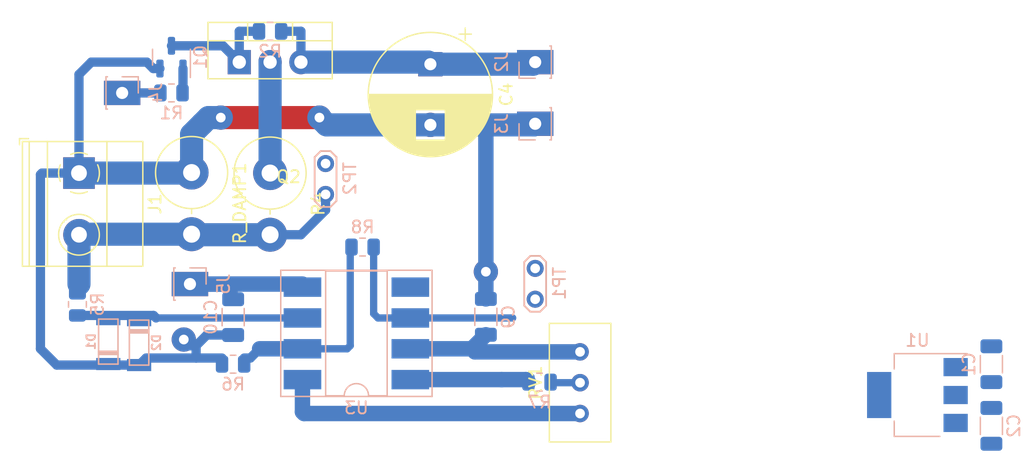
<source format=kicad_pcb>
(kicad_pcb (version 20211014) (generator pcbnew)
  (title_block (rev "1"))
  (layers (0 "F.Cu" signal "Front") (1 "In1.Cu" signal) (2 "In2.Cu" signal) (31 "B.Cu" signal "Back") (34 "B.Paste" user) (35 "F.Paste" user) (36 "B.SilkS" user "B.Silkscreen") (37 "F.SilkS" user "F.Silkscreen") (38 "B.Mask" user) (39 "F.Mask" user) (44 "Edge.Cuts" user))
  (net 0 "")
  (net 1 "BAT+")
  (net 2 "BAT-")
  (net 3 "V+")
  (net 4 "V-")
  (net 5 "Net-(D1-Pad2)")
  (net 6 "Net-(J1-Pad2)")
  (net 7 "PWM")
  (net 8 "Net-(Q1-Pad1)")
  (net 9 "Net-(Q1-Pad3)")
  (net 10 "Net-(Q2-Pad2)")
  (net 11 "Net-(R6-Pad2)")
  (net 12 "Net-(R7-Pad1)")
  (net 13 "Net-(R7-Pad2)")
  (net 14 "AMP_SIG")
  (net 15 "Net-(RV1-Pad3)")
  (footprint "TerminalBlock_Phoenix:TerminalBlock_Phoenix_MKDS-1,5-2-5.08_1x02_P5.08mm_Horizontal" (layer "F.Cu") (at 44.196 53.848 -90)
    (fp_text reference "J1" (at 2.54 -6.26 90) (layer "F.SilkS"))
    (fp_text value "COIL")
    (fp_line (start -2.6 -5.261) (end 7.68 -5.261) (layer "F.SilkS") (width 0.12))
    (fp_line (start 7.68 -5.261) (end 7.68 4.66) (layer "F.SilkS") (width 0.12))
    (fp_line (start 6.355 -1.069) (end 6.308 -1.023) (layer "F.SilkS") (width 0.12))
    (fp_line (start -2.6 -5.261) (end -2.6 4.66) (layer "F.SilkS") (width 0.12))
    (fp_line (start 3.853 1.023) (end 3.806 1.069) (layer "F.SilkS") (width 0.12))
    (fp_line (start -2.6 2.6) (end 7.68 2.6) (layer "F.SilkS") (width 0.12))
    (fp_line (start 4.046 1.239) (end 4.011 1.274) (layer "F.SilkS") (width 0.12))
    (fp_line (start -2.84 4.9) (end -2.34 4.9) (layer "F.SilkS") (width 0.12))
    (fp_line (start 6.15 -1.275) (end 6.115 -1.239) (layer "F.SilkS") (width 0.12))
    (fp_line (start -2.6 4.1) (end 7.68 4.1) (layer "F.SilkS") (width 0.12))
    (fp_line (start -2.6 4.66) (end 7.68 4.66) (layer "F.SilkS") (width 0.12))
    (fp_line (start -2.84 4.16) (end -2.84 4.9) (layer "F.SilkS") (width 0.12))
    (fp_line (start -2.6 -2.301) (end 7.68 -2.301) (layer "F.SilkS") (width 0.12))
    (fp_arc (start 1.535427 -0.683042) (mid 1.680501 0.000524) (end 1.535 0.684) (layer "F.SilkS") (width 0.12))
    (fp_arc (start -0.683042 -1.535427) (mid 0.000524 -1.680501) (end 0.684 -1.535) (layer "F.SilkS") (width 0.12))
    (fp_arc (start -1.535427 0.683042) (mid -1.680501 -0.000524) (end -1.535 -0.684) (layer "F.SilkS") (width 0.12))
    (fp_arc (start 0.028805 1.680253) (mid -0.335551 1.646659) (end -0.684 1.535) (layer "F.SilkS") (width 0.12))
    (fp_arc (start 0.683318 1.534756) (mid 0.349292 1.643288) (end 0 1.68) (layer "F.SilkS") (width 0.12))
    (fp_circle (center 5.08 0) (end 6.76 0) (layer "F.SilkS") (width 0.12) (fill none))
    (pad "1" thru_hole rect locked (at 0 0 270) (size 2.6 2.6) (drill 1.3) (layers *.Cu *.Mask) (net 2 "BAT-"))
    (pad "2" thru_hole circle locked (at 5.08 0 270) (size 2.6 2.6) (drill 1.3) (layers *.Cu *.Mask) (net 6 "Net-(J1-Pad2)"))
  )
  (footprint "Potentiometer_THT:Potentiometer_Bourns_3296W_Vertical" (layer "F.Cu") (at 85.485418 68.58 90)
    (fp_text reference "RV1" (at -2.54 -3.66 90) (layer "F.SilkS"))
    (fp_text value "100k")
    (fp_line (start -7.425 -2.53) (end 2.345 -2.53) (layer "F.SilkS") (width 0.12))
    (fp_line (start 2.345 -2.53) (end 2.345 2.54) (layer "F.SilkS") (width 0.12))
    (fp_line (start -7.425 2.54) (end 2.345 2.54) (layer "F.SilkS") (width 0.12))
    (fp_line (start -7.425 -2.53) (end -7.425 2.54) (layer "F.SilkS") (width 0.12))
    (pad "1" thru_hole circle locked (at 0 0 90) (size 1.44 1.44) (drill 0.8) (layers *.Cu *.Mask) (net 3 "V+"))
    (pad "2" thru_hole circle locked (at -2.54 0 90) (size 1.44 1.44) (drill 0.8) (layers *.Cu *.Mask) (net 13 "Net-(R7-Pad2)"))
    (pad "3" thru_hole circle locked (at -5.08 0 90) (size 1.44 1.44) (drill 0.8) (layers *.Cu *.Mask) (net 15 "Net-(RV1-Pad3)"))
  )
  (footprint "Resistor_THT:R_Axial_DIN0614_L14.3mm_D5.7mm_P5.08mm_Vertical" (layer "F.Cu") (at 59.944 53.848 -90)
    (fp_text reference "R4" (at 2.54 -3.97 90) (layer "F.SilkS"))
    (fp_text value "3.3 2W")
    (fp_line (start 2.97 0) (end 3.38 0) (layer "F.SilkS") (width 0.12))
    (fp_circle (center 0 0) (end 2.97 0) (layer "F.SilkS") (width 0.12) (fill none))
    (pad "1" thru_hole circle locked (at 0 0 270) (size 2.8 2.8) (drill 1.4) (layers *.Cu *.Mask) (net 10 "Net-(Q2-Pad2)"))
    (pad "2" thru_hole oval locked (at 5.08 0 270) (size 2.8 2.8) (drill 1.4) (layers *.Cu *.Mask) (net 6 "Net-(J1-Pad2)"))
  )
  (footprint "Package_TO_SOT_THT:TO-220-3_Vertical" (layer "F.Cu") (at 57.404 44.704)
    (fp_text reference "Q2" (at 4.064 9.446) (layer "F.SilkS"))
    (fp_text value "IRF9610")
    (fp_line (start 0.69 -3.27) (end 0.69 -1.76) (layer "F.SilkS") (width 0.12))
    (fp_line (start -2.58 -3.27) (end -2.58 1.371) (layer "F.SilkS") (width 0.12))
    (fp_line (start 4.391 -3.27) (end 4.391 -1.76) (layer "F.SilkS") (width 0.12))
    (fp_line (start -2.58 -3.27) (end 7.66 -3.27) (layer "F.SilkS") (width 0.12))
    (fp_line (start 7.66 -3.27) (end 7.66 1.371) (layer "F.SilkS") (width 0.12))
    (fp_line (start -2.58 -1.76) (end 7.66 -1.76) (layer "F.SilkS") (width 0.12))
    (fp_line (start -2.58 1.371) (end 7.66 1.371) (layer "F.SilkS") (width 0.12))
    (pad "1" thru_hole rect locked (at 0 0) (size 1.905 2) (drill 1.1) (layers *.Cu *.Mask) (net 9 "Net-(Q1-Pad3)"))
    (pad "2" thru_hole oval locked (at 2.54 0) (size 1.905 2) (drill 1.1) (layers *.Cu *.Mask) (net 10 "Net-(Q2-Pad2)"))
    (pad "3" thru_hole oval locked (at 5.08 0) (size 1.905 2) (drill 1.1) (layers *.Cu *.Mask) (net 1 "BAT+"))
  )
  (footprint "Resistor_THT:R_Axial_DIN0614_L14.3mm_D5.7mm_P5.08mm_Vertical" (layer "F.Cu") (at 53.475945 53.80502 -90)
    (fp_text reference "R_DAMP1" (at 2.54 -3.97 90) (layer "F.SilkS"))
    (fp_text value "1k 0.75W+")
    (fp_line (start 2.97 0) (end 3.38 0) (layer "F.SilkS") (width 0.12))
    (fp_circle (center 0 0) (end 2.97 0) (layer "F.SilkS") (width 0.12) (fill none))
    (pad "1" thru_hole circle locked (at 0 0 270) (size 2.8 2.8) (drill 1.4) (layers *.Cu *.Mask) (net 2 "BAT-"))
    (pad "2" thru_hole oval locked (at 5.08 0 270) (size 2.8 2.8) (drill 1.4) (layers *.Cu *.Mask) (net 6 "Net-(J1-Pad2)"))
  )
  (footprint "Capacitor_THT:CP_Radial_D10.0mm_P5.00mm" (layer "F.Cu") (at 73.152 44.876323 -90)
    (fp_text reference "C4" (at 2.5 -6.25 90) (layer "F.SilkS"))
    (fp_text value "1000u")
    (fp_line (start 3.341 -5.011) (end 3.341 5.011) (layer "F.SilkS") (width 0.12))
    (fp_line (start 7.341 -1.63) (end 7.341 1.63) (layer "F.SilkS") (width 0.12))
    (fp_line (start 5.901 -3.789) (end 5.901 -1.241) (layer "F.SilkS") (width 0.12))
    (fp_line (start 5.141 1.241) (end 5.141 4.347) (layer "F.SilkS") (width 0.12))
    (fp_line (start 4.581 1.241) (end 4.581 4.639) (layer "F.SilkS") (width 0.12))
    (fp_line (start 2.5 -5.08) (end 2.5 5.08) (layer "F.SilkS") (width 0.12))
    (fp_line (start 3.901 -4.885) (end 3.901 -1.241) (layer "F.SilkS") (width 0.12))
    (fp_line (start 6.381 -3.301) (end 6.381 3.301) (layer "F.SilkS") (width 0.12))
    (fp_line (start 3.781 1.241) (end 3.781 4.918) (layer "F.SilkS") (width 0.12))
    (fp_line (start 7.381 -1.51) (end 7.381 1.51) (layer "F.SilkS") (width 0.12))
    (fp_line (start 4.021 1.241) (end 4.021 4.85) (layer "F.SilkS") (width 0.12))
    (fp_line (start 3.701 -4.938) (end 3.701 4.938) (layer "F.SilkS") (width 0.12))
    (fp_line (start 7.101 -2.209) (end 7.101 2.209) (layer "F.SilkS") (width 0.12))
    (fp_line (start 2.58 -5.08) (end 2.58 5.08) (layer "F.SilkS") (width 0.12))
    (fp_line (start 5.101 -4.371) (end 5.101 -1.241) (layer "F.SilkS") (width 0.12))
    (fp_line (start 5.341 1.241) (end 5.341 4.221) (layer "F.SilkS") (width 0.12))
    (fp_line (start 4.781 1.241) (end 4.781 4.545) (layer "F.SilkS") (width 0.12))
    (fp_line (start 5.701 1.241) (end 5.701 3.957) (layer "F.SilkS") (width 0.12))
    (fp_line (start 7.221 -1.944) (end 7.221 1.944) (layer "F.SilkS") (width 0.12))
    (fp_line (start 4.781 -4.545) (end 4.781 -1.241) (layer "F.SilkS") (width 0.12))
    (fp_line (start 5.941 1.241) (end 5.941 3.753) (layer "F.SilkS") (width 0.12))
    (fp_line (start 4.701 -4.584) (end 4.701 -1.241) (layer "F.SilkS") (width 0.12))
    (fp_line (start 4.941 1.241) (end 4.941 4.462) (layer "F.SilkS") (width 0.12))
    (fp_line (start 7.141 -2.125) (end 7.141 2.125) (layer "F.SilkS") (width 0.12))
    (fp_line (start 6.821 -2.709) (end 6.821 2.709) (layer "F.SilkS") (width 0.12))
    (fp_line (start 4.821 1.241) (end 4.821 4.525) (layer "F.SilkS") (width 0.12))
    (fp_line (start 4.941 -4.462) (end 4.941 -1.241) (layer "F.SilkS") (width 0.12))
    (fp_line (start 5.421 1.241) (end 5.421 4.166) (layer "F.SilkS") (width 0.12))
    (fp_line (start 5.381 -4.194) (end 5.381 -1.241) (layer "F.SilkS") (width 0.12))
    (fp_line (start 2.98 -5.058) (end 2.98 5.058) (layer "F.SilkS") (width 0.12))
    (fp_line (start 7.301 -1.742) (end 7.301 1.742) (layer "F.SilkS") (width 0.12))
    (fp_line (start 2.9 -5.065) (end 2.9 5.065) (layer "F.SilkS") (width 0.12))
    (fp_line (start 5.301 1.241) (end 5.301 4.247) (layer "F.SilkS") (width 0.12))
    (fp_line (start 6.301 -3.392) (end 6.301 3.392) (layer "F.SilkS") (width 0.12))
    (fp_line (start 4.101 1.241) (end 4.101 4.824) (layer "F.SilkS") (width 0.12))
    (fp_line (start 5.421 -4.166) (end 5.421 -1.241) (layer "F.SilkS") (width 0.12))
    (fp_line (start 4.141 1.241) (end 4.141 4.811) (layer "F.SilkS") (width 0.12))
    (fp_line (start 4.461 -4.69) (end 4.461 -1.241) (layer "F.SilkS") (width 0.12))
    (fp_line (start 5.941 -3.753) (end 5.941 -1.241) (layer "F.SilkS") (width 0.12))
    (fp_line (start 4.181 1.241) (end 4.181 4.797) (layer "F.SilkS") (width 0.12))
    (fp_line (start 4.061 -4.837) (end 4.061 -1.241) (layer "F.SilkS") (width 0.12))
    (fp_line (start 6.181 -3.52) (end 6.181 -1.241) (layer "F.SilkS") (width 0.12))
    (fp_line (start 5.661 1.241) (end 5.661 3.989) (layer "F.SilkS") (width 0.12))
    (fp_line (start 5.141 -4.347) (end 5.141 -1.241) (layer "F.SilkS") (width 0.12))
    (fp_line (start 4.621 -4.621) (end 4.621 -1.241) (layer "F.SilkS") (width 0.12))
    (fp_line (start 5.501 -4.11) (end 5.501 -1.241) (layer "F.SilkS") (width 0.12))
    (fp_line (start 3.421 -4.997) (end 3.421 4.997) (layer "F.SilkS") (width 0.12))
    (fp_line (start 2.78 -5.073) (end 2.78 5.073) (layer "F.SilkS") (width 0.12))
    (fp_line (start 2.62 -5.079) (end 2.62 5.079) (layer "F.SilkS") (width 0.12))
    (fp_line (start 4.341 1.241) (end 4.341 4.738) (layer "F.SilkS") (width 0.12))
    (fp_line (start 4.581 -4.639) (end 4.581 -1.241) (layer "F.SilkS") (width 0.12))
    (fp_line (start 6.541 -3.106) (end 6.541 3.106) (layer "F.SilkS") (width 0.12))
    (fp_line (start 5.341 -4.221) (end 5.341 -1.241) (layer "F.SilkS") (width 0.12))
    (fp_line (start 7.461 -1.23) (end 7.461 1.23) (layer "F.SilkS") (width 0.12))
    (fp_line (start 5.021 -4.417) (end 5.021 -1.241) (layer "F.SilkS") (width 0.12))
    (fp_line (start 4.221 -4.783) (end 4.221 -1.241) (layer "F.SilkS") (width 0.12))
    (fp_line (start 2.7 -5.077) (end 2.7 5.077) (layer "F.SilkS") (width 0.12))
    (fp_line (start 4.261 1.241) (end 4.261 4.768) (layer "F.SilkS") (width 0.12))
    (fp_line (start 6.621 -3) (end 6.621 3) (layer "F.SilkS") (width 0.12))
    (fp_line (start 2.86 -5.068) (end 2.86 5.068) (layer "F.SilkS") (width 0.12))
    (fp_line (start 5.781 1.241) (end 5.781 3.892) (layer "F.SilkS") (width 0.12))
    (fp_line (start 3.741 -4.928) (end 3.741 4.928) (layer "F.SilkS") (width 0.12))
    (fp_line (start 3.501 -4.982) (end 3.501 4.982) (layer "F.SilkS") (width 0.12))
    (fp_line (start 5.061 1.241) (end 5.061 4.395) (layer "F.SilkS") (width 0.12))
    (fp_line (start 3.461 -4.99) (end 3.461 4.99) (layer "F.SilkS") (width 0.12))
    (fp_line (start 2.54 -5.08) (end 2.54 5.08) (layer "F.SilkS") (width 0.12))
    (fp_line (start 5.181 -4.323) (end 5.181 -1.241) (layer "F.SilkS") (width 0.12))
    (fp_line (start 5.861 -3.824) (end 5.861 -1.241) (layer "F.SilkS") (width 0.12))
    (fp_line (start 4.981 1.241) (end 4.981 4.44) (layer "F.SilkS") (width 0.12))
    (fp_line (start 6.741 -2.83) (end 6.741 2.83) (layer "F.SilkS") (width 0.12))
    (fp_line (start 6.861 -2.645) (end 6.861 2.645) (layer "F.SilkS") (width 0.12))
    (fp_line (start 3.541 -4.974) (end 3.541 4.974) (layer "F.SilkS") (width 0.12))
    (fp_line (start 6.461 -3.206) (end 6.461 3.206) (layer "F.SilkS") (width 0.12))
    (fp_line (start 7.581 -0.599) (end 7.581 0.599) (layer "F.SilkS") (width 0.12))
    (fp_line (start 5.301 -4.247) (end 5.301 -1.241) (layer "F.SilkS") (width 0.12))
    (fp_line (start 5.981 -3.716) (end 5.981 -1.241) (layer "F.SilkS") (width 0.12))
    (fp_line (start 5.221 -4.298) (end 5.221 -1.241) (layer "F.SilkS") (width 0.12))
    (fp_line (start 5.381 1.241) (end 5.381 4.194) (layer "F.SilkS") (width 0.12))
    (fp_line (start 4.341 -4.738) (end 4.341 -1.241) (layer "F.SilkS") (width 0.12))
    (fp_line (start 3.581 -4.965) (end 3.581 4.965) (layer "F.SilkS") (width 0.12))
    (fp_line (start 6.981 -2.439) (end 6.981 2.439) (layer "F.SilkS") (width 0.12))
    (fp_line (start 4.981 -4.44) (end 4.981 -1.241) (layer "F.SilkS") (width 0.12))
    (fp_line (start 4.541 1.241) (end 4.541 4.657) (layer "F.SilkS") (width 0.12))
    (fp_line (start 6.021 -3.679) (end 6.021 -1.241) (layer "F.SilkS") (width 0.12))
    (fp_line (start 3.941 1.241) (end 3.941 4.874) (layer "F.SilkS") (width 0.12))
    (fp_line (start 4.901 1.241) (end 4.901 4.483) (layer "F.SilkS") (width 0.12))
    (fp_line (start 6.661 -2.945) (end 6.661 2.945) (layer "F.SilkS") (width 0.12))
    (fp_line (start 4.301 1.241) (end 4.301 4.754) (layer "F.SilkS") (width 0.12))
    (fp_line (start 6.141 1.241) (end 6.141 3.561) (layer "F.SilkS") (width 0.12))
    (fp_line (start 7.021 -2.365) (end 7.021 2.365) (layer "F.SilkS") (width 0.12))
    (fp_line (start 3.621 -4.956) (end 3.621 4.956) (layer "F.SilkS") (width 0.12))
    (fp_line (start 5.101 1.241) (end 5.101 4.371) (layer "F.SilkS") (width 0.12))
    (fp_line (start 6.421 -3.254) (end 6.421 3.254) (layer "F.SilkS") (width 0.12))
    (fp_line (start 5.901 1.241) (end 5.901 3.789) (layer "F.SilkS") (width 0.12))
    (fp_line (start 5.621 -4.02) (end 5.621 -1.241) (layer "F.SilkS") (width 0.12))
    (fp_line (start 6.781 -2.77) (end 6.781 2.77) (layer "F.SilkS") (width 0.12))
    (fp_line (start 5.621 1.241) (end 5.621 4.02) (layer "F.SilkS") (width 0.12))
    (fp_line (start 7.181 -2.037) (end 7.181 2.037) (layer "F.SilkS") (width 0.12))
    (fp_line (start 3.981 1.241) (end 3.981 4.862) (layer "F.SilkS") (width 0.12))
    (fp_line (start 7.421 -1.378) (end 7.421 1.378) (layer "F.SilkS") (width 0.12))
    (fp_line (start 6.061 -3.64) (end 6.061 -1.241) (layer "F.SilkS") (width 0.12))
    (fp_line (start 7.061 -2.289) (end 7.061 2.289) (layer "F.SilkS") (width 0.12))
    (fp_line (start 5.701 -3.957) (end 5.701 -1.241) (layer "F.SilkS") (width 0.12))
    (fp_line (start 4.221 1.241) (end 4.221 4.783) (layer "F.SilkS") (width 0.12))
    (fp_line (start 5.221 1.241) (end 5.221 4.298) (layer "F.SilkS") (width 0.12))
    (fp_line (start 5.981 1.241) (end 5.981 3.716) (layer "F.SilkS") (width 0.12))
    (fp_line (start 3.02 -5.054) (end 3.02 5.054) (layer "F.SilkS") (width 0.12))
    (fp_line (start 4.021 -4.85) (end 4.021 -1.241) (layer "F.SilkS") (width 0.12))
    (fp_line (start 5.741 -3.925) (end 5.741 -1.241) (layer "F.SilkS") (width 0.12))
    (fp_line (start 4.821 -4.525) (end 4.821 -1.241) (layer "F.SilkS") (width 0.12))
    (fp_line (start 3.221 -5.03) (end 3.221 5.03) (layer "F.SilkS") (width 0.12))
    (fp_line (start 5.541 -4.08) (end 5.541 -1.241) (layer "F.SilkS") (width 0.12))
    (fp_line (start 2.66 -5.078) (end 2.66 5.078) (layer "F.SilkS") (width 0.12))
    (fp_line (start 4.141 -4.811) (end 4.141 -1.241) (layer "F.SilkS") (width 0.12))
    (fp_line (start 5.261 1.241) (end 5.261 4.273) (layer "F.SilkS") (width 0.12))
    (fp_line (start 4.661 1.241) (end 4.661 4.603) (layer "F.SilkS") (width 0.12))
    (fp_line (start 4.061 1.241) (end 4.061 4.837) (layer "F.SilkS") (width 0.12))
    (fp_line (start -2.979646 -2.875) (end -1.979646 -2.875) (layer "F.SilkS") (width 0.12))
    (fp_line (start 5.861 1.241) (end 5.861 3.824) (layer "F.SilkS") (width 0.12))
    (fp_line (start 2.74 -5.075) (end 2.74 5.075) (layer "F.SilkS") (width 0.12))
    (fp_line (start 6.221 -3.478) (end 6.221 -1.241) (layer "F.SilkS") (width 0.12))
    (fp_line (start 6.021 1.241) (end 6.021 3.679) (layer "F.SilkS") (width 0.12))
    (fp_line (start 6.141 -3.561) (end 6.141 -1.241) (layer "F.SilkS") (width 0.12))
    (fp_line (start 4.661 -4.603) (end 4.661 -1.241) (layer "F.SilkS") (width 0.12))
    (fp_line (start 3.301 -5.018) (end 3.301 5.018) (layer "F.SilkS") (width 0.12))
    (fp_line (start 4.701 1.241) (end 4.701 4.584) (layer "F.SilkS") (width 0.12))
    (fp_line (start -2.479646 -3.375) (end -2.479646 -2.375) (layer "F.SilkS") (width 0.12))
    (fp_line (start 3.821 1.241) (end 3.821 4.907) (layer "F.SilkS") (width 0.12))
    (fp_line (start 4.741 1.241) (end 4.741 4.564) (layer "F.SilkS") (width 0.12))
    (fp_line (start 4.741 -4.564) (end 4.741 -1.241) (layer "F.SilkS") (width 0.12))
    (fp_line (start 6.501 -3.156) (end 6.501 3.156) (layer "F.SilkS") (width 0.12))
    (fp_line (start 6.101 -3.601) (end 6.101 -1.241) (layer "F.SilkS") (width 0.12))
    (fp_line (start 5.581 1.241) (end 5.581 4.05) (layer "F.SilkS") (width 0.12))
    (fp_line (start 5.821 1.241) (end 5.821 3.858) (layer "F.SilkS") (width 0.12))
    (fp_line (start 6.221 1.241) (end 6.221 3.478) (layer "F.SilkS") (width 0.12))
    (fp_line (start 4.501 -4.674) (end 4.501 -1.241) (layer "F.SilkS") (width 0.12))
    (fp_line (start 7.541 -0.862) (end 7.541 0.862) (layer "F.SilkS") (width 0.12))
    (fp_line (start 3.901 1.241) (end 3.901 4.885) (layer "F.SilkS") (width 0.12))
    (fp_line (start 5.061 -4.395) (end 5.061 -1.241) (layer "F.SilkS") (width 0.12))
    (fp_line (start 4.101 -4.824) (end 4.101 -1.241) (layer "F.SilkS") (width 0.12))
    (fp_line (start 6.901 -2.579) (end 6.901 2.579) (layer "F.SilkS") (width 0.12))
    (fp_line (start 4.861 1.241) (end 4.861 4.504) (layer "F.SilkS") (width 0.12))
    (fp_line (start 4.461 1.241) (end 4.461 4.69) (layer "F.SilkS") (width 0.12))
    (fp_line (start 5.181 1.241) (end 5.181 4.323) (layer "F.SilkS") (width 0.12))
    (fp_line (start 4.261 -4.768) (end 4.261 -1.241) (layer "F.SilkS") (width 0.12))
    (fp_line (start 5.821 -3.858) (end 5.821 -1.241) (layer "F.SilkS") (width 0.12))
    (fp_line (start 5.461 -4.138) (end 5.461 -1.241) (layer "F.SilkS") (width 0.12))
    (fp_line (start 5.661 -3.989) (end 5.661 -1.241) (layer "F.SilkS") (width 0.12))
    (fp_line (start 5.021 1.241) (end 5.021 4.417) (layer "F.SilkS") (width 0.12))
    (fp_line (start 5.501 1.241) (end 5.501 4.11) (layer "F.SilkS") (width 0.12))
    (fp_line (start 5.781 -3.892) (end 5.781 -1.241) (layer "F.SilkS") (width 0.12))
    (fp_line (start 4.901 -4.483) (end 4.901 -1.241) (layer "F.SilkS") (width 0.12))
    (fp_line (start 3.861 -4.897) (end 3.861 -1.241) (layer "F.SilkS") (width 0.12))
    (fp_line (start 6.181 1.241) (end 6.181 3.52) (layer "F.SilkS") (width 0.12))
    (fp_line (start 4.301 -4.754) (end 4.301 -1.241) (layer "F.SilkS") (width 0.12))
    (fp_line (start 5.461 1.241) (end 5.461 4.138) (layer "F.SilkS") (width 0.12))
    (fp_line (start 5.741 1.241) (end 5.741 3.925) (layer "F.SilkS") (width 0.12))
    (fp_line (start 3.941 -4.874) (end 3.941 -1.241) (layer "F.SilkS") (width 0.12))
    (fp_line (start 3.861 1.241) (end 3.861 4.897) (layer "F.SilkS") (width 0.12))
    (fp_line (start 5.541 1.241) (end 5.541 4.08) (layer "F.SilkS") (width 0.12))
    (fp_line (start 5.581 -4.05) (end 5.581 -1.241) (layer "F.SilkS") (width 0.12))
    (fp_line (start 5.261 -4.273) (end 5.261 -1.241) (layer "F.SilkS") (width 0.12))
    (fp_line (start 4.541 -4.657) (end 4.541 -1.241) (layer "F.SilkS") (width 0.12))
    (fp_line (start 3.981 -4.862) (end 3.981 -1.241) (layer "F.SilkS") (width 0.12))
    (fp_line (start 3.821 -4.907) (end 3.821 -1.241) (layer "F.SilkS") (width 0.12))
    (fp_line (start 4.381 1.241) (end 4.381 4.723) (layer "F.SilkS") (width 0.12))
    (fp_line (start 6.941 -2.51) (end 6.941 2.51) (layer "F.SilkS") (width 0.12))
    (fp_line (start 4.501 1.241) (end 4.501 4.674) (layer "F.SilkS") (width 0.12))
    (fp_line (start 2.82 -5.07) (end 2.82 5.07) (layer "F.SilkS") (width 0.12))
    (fp_line (start 3.781 -4.918) (end 3.781 -1.241) (layer "F.SilkS") (width 0.12))
    (fp_line (start 4.621 1.241) (end 4.621 4.621) (layer "F.SilkS") (width 0.12))
    (fp_line (start 4.421 1.241) (end 4.421 4.707) (layer "F.SilkS") (width 0.12))
    (fp_line (start 4.861 -4.504) (end 4.861 -1.241) (layer "F.SilkS") (width 0.12))
    (fp_line (start 4.181 -4.797) (end 4.181 -1.241) (layer "F.SilkS") (width 0.12))
    (fp_line (start 6.061 1.241) (end 6.061 3.64) (layer "F.SilkS") (width 0.12))
    (fp_line (start 6.261 -3.436) (end 6.261 3.436) (layer "F.SilkS") (width 0.12))
    (fp_line (start 6.341 -3.347) (end 6.341 3.347) (layer "F.SilkS") (width 0.12))
    (fp_line (start 7.501 -1.062) (end 7.501 1.062) (layer "F.SilkS") (width 0.12))
    (fp_line (start 6.101 1.241) (end 6.101 3.601) (layer "F.SilkS") (width 0.12))
    (fp_line (start 6.581 -3.054) (end 6.581 3.054) (layer "F.SilkS") (width 0.12))
    (fp_line (start 4.381 -4.723) (end 4.381 -1.241) (layer "F.SilkS") (width 0.12))
    (fp_line (start 3.661 -4.947) (end 3.661 4.947) (layer "F.SilkS") (width 0.12))
    (fp_line (start 3.14 -5.04) (end 3.14 5.04) (layer "F.SilkS") (width 0.12))
    (fp_line (start 7.261 -1.846) (end 7.261 1.846) (layer "F.SilkS") (width 0.12))
    (fp_line (start 3.381 -5.004) (end 3.381 5.004) (layer "F.SilkS") (width 0.12))
    (fp_line (start 3.1 -5.045) (end 3.1 5.045) (layer "F.SilkS") (width 0.12))
    (fp_line (start 3.06 -5.05) (end 3.06 5.05) (layer "F.SilkS") (width 0.12))
    (fp_line (start 3.18 -5.035) (end 3.18 5.035) (layer "F.SilkS") (width 0.12))
    (fp_line (start 6.701 -2.889) (end 6.701 2.889) (layer "F.SilkS") (width 0.12))
    (fp_line (start 2.94 -5.062) (end 2.94 5.062) (layer "F.SilkS") (width 0.12))
    (fp_line (start 4.421 -4.707) (end 4.421 -1.241) (layer "F.SilkS") (width 0.12))
    (fp_line (start 3.261 -5.024) (end 3.261 5.024) (layer "F.SilkS") (width 0.12))
    (fp_circle (center 2.5 0) (end 7.62 0) (layer "F.SilkS") (width 0.12) (fill none))
    (pad "1" thru_hole rect locked (at 0 0 270) (size 2 2) (drill 1) (layers *.Cu *.Mask) (net 1 "BAT+"))
    (pad "2" thru_hole circle locked (at 5 0 270) (size 2 2) (drill 1) (layers *.Cu *.Mask) (net 2 "BAT-"))
  )
  (footprint "Capacitor_SMD:C_1206_3216Metric" (layer "B.Cu") (at 119.38 69.596 -90)
    (fp_text reference "C1" (at 0 1.85 90) (layer "B.SilkS") (effects (justify mirror)))
    (fp_text value "1u")
    (fp_line (start -0.711252 0.91) (end 0.711252 0.91) (layer "B.SilkS") (width 0.12))
    (fp_line (start -0.711252 -0.91) (end 0.711252 -0.91) (layer "B.SilkS") (width 0.12))
    (pad "1" smd roundrect locked (at -1.475 0 270) (size 1.15 1.8) (layers "B.Cu" "B.Paste" "B.Mask") (roundrect_rratio 0.217391) (net 1 "BAT+"))
    (pad "2" smd roundrect locked (at 1.475 0 270) (size 1.15 1.8) (layers "B.Cu" "B.Paste" "B.Mask") (roundrect_rratio 0.217391) (net 2 "BAT-"))
  )
  (footprint "Package_DIP:DIP-8_W8.89mm_SMDSocket_LongPads" (layer "B.Cu") (at 67.056 67.056)
    (fp_text reference "U3" (at 0 6.14) (layer "B.SilkS") (effects (justify mirror)))
    (fp_text value "NE5534")
    (fp_line (start -2.535 -5.14) (end 2.535 -5.14) (layer "B.SilkS") (width 0.12))
    (fp_line (start -1 5.14) (end -2.535 5.14) (layer "B.SilkS") (width 0.12))
    (fp_line (start -6.235 -5.2) (end 6.235 -5.2) (layer "B.SilkS") (width 0.12))
    (fp_line (start 6.235 5.2) (end -6.235 5.2) (layer "B.SilkS") (width 0.12))
    (fp_line (start 2.535 -5.14) (end 2.535 5.14) (layer "B.SilkS") (width 0.12))
    (fp_line (start -2.535 5.14) (end -2.535 -5.14) (layer "B.SilkS") (width 0.12))
    (fp_line (start 2.535 5.14) (end 1 5.14) (layer "B.SilkS") (width 0.12))
    (fp_line (start -6.235 5.2) (end -6.235 -5.2) (layer "B.SilkS") (width 0.12))
    (fp_line (start 6.235 -5.2) (end 6.235 5.2) (layer "B.SilkS") (width 0.12))
    (fp_arc (start -1 5.14) (mid 0 4.14) (end 1 5.14) (layer "B.SilkS") (width 0.12))
    (pad "1" smd rect locked (at -4.445 3.81) (size 3.1 1.6) (layers "B.Cu" "B.Paste" "B.Mask") (net 15 "Net-(RV1-Pad3)"))
    (pad "2" smd rect locked (at -4.445 1.27) (size 3.1 1.6) (layers "B.Cu" "B.Paste" "B.Mask") (net 11 "Net-(R6-Pad2)"))
    (pad "3" smd rect locked (at -4.445 -1.27) (size 3.1 1.6) (layers "B.Cu" "B.Paste" "B.Mask") (net 5 "Net-(D1-Pad2)"))
    (pad "4" smd rect locked (at -4.445 -3.81) (size 3.1 1.6) (layers "B.Cu" "B.Paste" "B.Mask") (net 4 "V-"))
    (pad "5" smd rect locked (at 4.445 -3.81) (size 3.1 1.6) (layers "B.Cu" "B.Paste" "B.Mask"))
    (pad "6" smd rect locked (at 4.445 -1.27) (size 3.1 1.6) (layers "B.Cu" "B.Paste" "B.Mask") (net 14 "AMP_SIG"))
    (pad "7" smd rect locked (at 4.445 1.27) (size 3.1 1.6) (layers "B.Cu" "B.Paste" "B.Mask") (net 3 "V+"))
    (pad "8" smd rect locked (at 4.445 3.81) (size 3.1 1.6) (layers "B.Cu" "B.Paste" "B.Mask") (net 12 "Net-(R7-Pad1)"))
  )
  (footprint "!my-kicad-library:D_4148_SMD" (layer "B.Cu") (at 46.610866 67.733605 -90)
    (fp_text reference "D1" (at 0 1.4224 90) (layer "B.SilkS") (effects (font (size 0.70104 0.70104) (thickness 0.14986)) (justify mirror)))
    (fp_text value "1N4148" hide)
    (fp_line (start 1.8542 -0.8001) (end 1.8542 0.8001) (layer "B.SilkS") (width 0.127))
    (fp_line (start -1.8542 0.8001) (end -1.8542 -0.8001) (layer "B.SilkS") (width 0.127))
    (fp_line (start 0.9271 -0.8001) (end 0.9271 0.8001) (layer "B.SilkS") (width 0.127))
    (fp_line (start 0.8001 0.8001) (end 0.8001 -0.8001) (layer "B.SilkS") (width 0.127))
    (fp_line (start 1.8542 0.8001) (end -1.8542 0.8001) (layer "B.SilkS") (width 0.127))
    (fp_line (start 1.0541 0.8001) (end 1.0541 -0.8001) (layer "B.SilkS") (width 0.127))
    (fp_line (start -1.8542 -0.8001) (end 1.8542 -0.8001) (layer "B.SilkS") (width 0.127))
    (pad "1" smd rect (at 1.84912 0 270) (size 1.00076 1.99898) (layers "B.Cu" "B.Paste" "B.Mask") (net 2 "BAT-"))
    (pad "2" smd rect (at -1.84912 0 270) (size 1.00076 1.99898) (layers "B.Cu" "B.Paste" "B.Mask") (net 5 "Net-(D1-Pad2)"))
  )
  (footprint "Resistor_SMD:R_0805_2012Metric" (layer "B.Cu") (at 59.944 42.164)
    (fp_text reference "R2" (at 0 1.65) (layer "B.SilkS") (effects (justify mirror)))
    (fp_text value "1k")
    (fp_line (start -0.227064 0.735) (end 0.227064 0.735) (layer "B.SilkS") (width 0.12))
    (fp_line (start -0.227064 -0.735) (end 0.227064 -0.735) (layer "B.SilkS") (width 0.12))
    (pad "1" smd roundrect locked (at -0.9125 0) (size 1.025 1.4) (layers "B.Cu" "B.Paste" "B.Mask") (roundrect_rratio 0.243902) (net 9 "Net-(Q1-Pad3)"))
    (pad "2" smd roundrect locked (at 0.9125 0) (size 1.025 1.4) (layers "B.Cu" "B.Paste" "B.Mask") (roundrect_rratio 0.243902) (net 1 "BAT+"))
  )
  (footprint "Resistor_SMD:R_0805_2012Metric" (layer "B.Cu") (at 56.896 69.596)
    (fp_text reference "R6" (at 0 1.65) (layer "B.SilkS") (effects (justify mirror)))
    (fp_text value "1k")
    (fp_line (start -0.227064 -0.735) (end 0.227064 -0.735) (layer "B.SilkS") (width 0.12))
    (fp_line (start -0.227064 0.735) (end 0.227064 0.735) (layer "B.SilkS") (width 0.12))
    (pad "1" smd roundrect locked (at -0.9125 0) (size 1.025 1.4) (layers "B.Cu" "B.Paste" "B.Mask") (roundrect_rratio 0.243902) (net 2 "BAT-"))
    (pad "2" smd roundrect locked (at 0.9125 0) (size 1.025 1.4) (layers "B.Cu" "B.Paste" "B.Mask") (roundrect_rratio 0.243902) (net 11 "Net-(R6-Pad2)"))
  )
  (footprint "Connector_PinSocket_2.54mm:PinSocket_1x01_P2.54mm_Vertical" (layer "B.Cu") (at 81.788 49.784 -90)
    (fp_text reference "J3" (at 0 2.77 90) (layer "B.SilkS") (effects (justify mirror)))
    (fp_text value "GND")
    (fp_line (start 0 1.33) (end 1.33 1.33) (layer "B.SilkS") (width 0.12))
    (fp_line (start -1.33 -1.33) (end 1.33 -1.33) (layer "B.SilkS") (width 0.12))
    (fp_line (start -1.33 -1.21) (end -1.33 -1.33) (layer "B.SilkS") (width 0.12))
    (fp_line (start 1.33 1.33) (end 1.33 0) (layer "B.SilkS") (width 0.12))
    (fp_line (start 1.33 -1.21) (end 1.33 -1.33) (layer "B.SilkS") (width 0.12))
    (pad "1" thru_hole rect locked (at 0 0 270) (size 2 3) (drill 1) (layers *.Cu *.Mask) (net 2 "BAT-"))
  )
  (footprint "Resistor_SMD:R_0805_2012Metric" (layer "B.Cu") (at 51.816 47.244)
    (fp_text reference "R1" (at 0 1.65) (layer "B.SilkS") (effects (justify mirror)))
    (fp_text value "10k")
    (fp_line (start -0.227064 0.735) (end 0.227064 0.735) (layer "B.SilkS") (width 0.12))
    (fp_line (start -0.227064 -0.735) (end 0.227064 -0.735) (layer "B.SilkS") (width 0.12))
    (pad "1" smd roundrect locked (at -0.9125 0) (size 1.025 1.4) (layers "B.Cu" "B.Paste" "B.Mask") (roundrect_rratio 0.243902) (net 7 "PWM"))
    (pad "2" smd roundrect locked (at 0.9125 0) (size 1.025 1.4) (layers "B.Cu" "B.Paste" "B.Mask") (roundrect_rratio 0.243902) (net 8 "Net-(Q1-Pad1)"))
  )
  (footprint "Package_TO_SOT_SMD:SOT-223-3_TabPin2" (layer "B.Cu") (at 113.284 72.136 180)
    (fp_text reference "U1" (at 0 4.5) (layer "B.SilkS") (effects (justify mirror)))
    (fp_text value "MCP1703T-5002E")
    (fp_line (start -4.1 3.41) (end 1.91 3.41) (layer "B.SilkS") (width 0.12))
    (fp_line (start 1.91 -3.41) (end 1.91 -2.15) (layer "B.SilkS") (width 0.12))
    (fp_line (start -1.85 -3.41) (end 1.91 -3.41) (layer "B.SilkS") (width 0.12))
    (fp_line (start 1.91 3.41) (end 1.91 2.15) (layer "B.SilkS") (width 0.12))
    (pad "1" smd rect locked (at -3.15 2.3 180) (size 2 1.5) (layers "B.Cu" "B.Paste" "B.Mask") (net 1 "BAT+"))
    (pad "2" smd rect locked (at 3.15 0 180) (size 2 3.8) (layers "B.Cu" "B.Paste" "B.Mask") (net 2 "BAT-"))
    (pad "2" smd rect locked (at -3.15 0 180) (size 2 1.5) (layers "B.Cu" "B.Paste" "B.Mask") (net 2 "BAT-"))
    (pad "3" smd rect locked (at -3.15 -2.3 180) (size 2 1.5) (layers "B.Cu" "B.Paste" "B.Mask") (net 3 "V+"))
  )
  (footprint "Resistor_SMD:R_0805_2012Metric" (layer "B.Cu") (at 44.069 64.6665 90)
    (fp_text reference "R5" (at 0 1.65 90) (layer "B.SilkS") (effects (justify mirror)))
    (fp_text value "1k")
    (fp_line (start -0.227064 0.735) (end 0.227064 0.735) (layer "B.SilkS") (width 0.12))
    (fp_line (start -0.227064 -0.735) (end 0.227064 -0.735) (layer "B.SilkS") (width 0.12))
    (pad "1" smd roundrect locked (at -0.9125 0 90) (size 1.025 1.4) (layers "B.Cu" "B.Paste" "B.Mask") (roundrect_rratio 0.243902) (net 5 "Net-(D1-Pad2)"))
    (pad "2" smd roundrect locked (at 0.9125 0 90) (size 1.025 1.4) (layers "B.Cu" "B.Paste" "B.Mask") (roundrect_rratio 0.243902) (net 6 "Net-(J1-Pad2)"))
  )
  (footprint "Resistor_SMD:R_0805_2012Metric" (layer "B.Cu") (at 67.564 59.944 180)
    (fp_text reference "R8" (at 0 1.65) (layer "B.SilkS") (effects (justify mirror)))
    (fp_text value "1M")
    (fp_line (start -0.227064 -0.735) (end 0.227064 -0.735) (layer "B.SilkS") (width 0.12))
    (fp_line (start -0.227064 0.735) (end 0.227064 0.735) (layer "B.SilkS") (width 0.12))
    (pad "1" smd roundrect locked (at -0.9125 0 180) (size 1.025 1.4) (layers "B.Cu" "B.Paste" "B.Mask") (roundrect_rratio 0.243902) (net 14 "AMP_SIG"))
    (pad "2" smd roundrect locked (at 0.9125 0 180) (size 1.025 1.4) (layers "B.Cu" "B.Paste" "B.Mask") (roundrect_rratio 0.243902) (net 11 "Net-(R6-Pad2)"))
  )
  (footprint "Connector_PinSocket_2.54mm:PinSocket_1x01_P2.54mm_Vertical" (layer "B.Cu") (at 81.788 44.704 -90)
    (fp_text reference "J2" (at 0 2.77 90) (layer "B.SilkS") (effects (justify mirror)))
    (fp_text value "Vin")
    (fp_line (start -1.33 -1.33) (end 1.33 -1.33) (layer "B.SilkS") (width 0.12))
    (fp_line (start 1.33 1.33) (end 1.33 0) (layer "B.SilkS") (width 0.12))
    (fp_line (start -1.33 -1.21) (end -1.33 -1.33) (layer "B.SilkS") (width 0.12))
    (fp_line (start 0 1.33) (end 1.33 1.33) (layer "B.SilkS") (width 0.12))
    (fp_line (start 1.33 -1.21) (end 1.33 -1.33) (layer "B.SilkS") (width 0.12))
    (pad "1" thru_hole rect locked (at 0 0 270) (size 2 3) (drill 1) (layers *.Cu *.Mask) (net 1 "BAT+"))
  )
  (footprint "Package_TO_SOT_SMD:SOT-23" (layer "B.Cu") (at 51.816001 44.296748 90)
    (fp_text reference "Q1" (at 0 2.4 90) (layer "B.SilkS") (effects (justify mirror)))
    (fp_text value "2N3904")
    (fp_line (start 0 1.56) (end 0.65 1.56) (layer "B.SilkS") (width 0.12))
    (fp_line (start 0 1.56) (end -1.675 1.56) (layer "B.SilkS") (width 0.12))
    (fp_line (start 0 -1.56) (end -0.65 -1.56) (layer "B.SilkS") (width 0.12))
    (fp_line (start 0 -1.56) (end 0.65 -1.56) (layer "B.SilkS") (width 0.12))
    (pad "1" smd roundrect locked (at -0.9375 0.95 90) (size 1.475 0.6) (layers "B.Cu" "B.Paste" "B.Mask") (net 8 "Net-(Q1-Pad1)"))
    (pad "2" smd roundrect locked (at -0.9375 -0.95 90) (size 1.475 0.6) (layers "B.Cu" "B.Paste" "B.Mask") (net 2 "BAT-"))
    (pad "3" smd roundrect locked (at 0.9375 0 90) (size 1.475 0.6) (layers "B.Cu" "B.Paste" "B.Mask") (net 9 "Net-(Q1-Pad3)"))
  )
  (footprint "Connector_PinSocket_2.54mm:PinSocket_1x01_P2.54mm_Vertical" (layer "B.Cu") (at 47.752 47.244 90)
    (fp_text reference "J4" (at 0 2.77 90) (layer "B.SilkS") (effects (justify mirror)))
    (fp_text value "Vin")
    (fp_line (start 0 1.33) (end 1.33 1.33) (layer "B.SilkS") (width 0.12))
    (fp_line (start -1.33 -1.21) (end -1.33 -1.33) (layer "B.SilkS") (width 0.12))
    (fp_line (start 1.33 -1.21) (end 1.33 -1.33) (layer "B.SilkS") (width 0.12))
    (fp_line (start -1.33 -1.33) (end 1.33 -1.33) (layer "B.SilkS") (width 0.12))
    (fp_line (start 1.33 1.33) (end 1.33 0) (layer "B.SilkS") (width 0.12))
    (pad "1" thru_hole rect locked (at 0 0 90) (size 2 3) (drill 1) (layers *.Cu *.Mask) (net 7 "PWM"))
  )
  (footprint "Capacitor_SMD:C_1206_3216Metric" (layer "B.Cu") (at 119.38 74.676 90)
    (fp_text reference "C2" (at 0 1.85 90) (layer "B.SilkS") (effects (justify mirror)))
    (fp_text value "10u")
    (fp_line (start -0.711252 -0.91) (end 0.711252 -0.91) (layer "B.SilkS") (width 0.12))
    (fp_line (start -0.711252 0.91) (end 0.711252 0.91) (layer "B.SilkS") (width 0.12))
    (pad "1" smd roundrect locked (at -1.475 0 90) (size 1.15 1.8) (layers "B.Cu" "B.Paste" "B.Mask") (roundrect_rratio 0.217391) (net 3 "V+"))
    (pad "2" smd roundrect locked (at 1.475 0 90) (size 1.15 1.8) (layers "B.Cu" "B.Paste" "B.Mask") (roundrect_rratio 0.217391) (net 2 "BAT-"))
  )
  (footprint "Connector_PinSocket_2.54mm:PinSocket_1x01_P2.54mm_Vertical" (layer "B.Cu") (at 53.34 62.992 90)
    (fp_text reference "J5" (at 0 2.77 90) (layer "B.SilkS") (effects (justify mirror)))
    (fp_text value "Vin")
    (fp_line (start 1.33 1.33) (end 1.33 0) (layer "B.SilkS") (width 0.12))
    (fp_line (start -1.33 -1.33) (end 1.33 -1.33) (layer "B.SilkS") (width 0.12))
    (fp_line (start 0 1.33) (end 1.33 1.33) (layer "B.SilkS") (width 0.12))
    (fp_line (start -1.33 -1.21) (end -1.33 -1.33) (layer "B.SilkS") (width 0.12))
    (fp_line (start 1.33 -1.21) (end 1.33 -1.33) (layer "B.SilkS") (width 0.12))
    (pad "1" thru_hole rect locked (at 0 0 90) (size 2 3) (drill 1) (layers *.Cu *.Mask) (net 4 "V-"))
  )
  (footprint "Resistor_SMD:R_0805_2012Metric" (layer "B.Cu") (at 82.143807 71.073919)
    (fp_text reference "R7" (at 0 1.65) (layer "B.SilkS") (effects (justify mirror)))
    (fp_text value "22k")
    (fp_line (start -0.227064 0.735) (end 0.227064 0.735) (layer "B.SilkS") (width 0.12))
    (fp_line (start -0.227064 -0.735) (end 0.227064 -0.735) (layer "B.SilkS") (width 0.12))
    (pad "1" smd roundrect locked (at -0.9125 0) (size 1.025 1.4) (layers "B.Cu" "B.Paste" "B.Mask") (roundrect_rratio 0.243902) (net 12 "Net-(R7-Pad1)"))
    (pad "2" smd roundrect locked (at 0.9125 0) (size 1.025 1.4) (layers "B.Cu" "B.Paste" "B.Mask") (roundrect_rratio 0.243902) (net 13 "Net-(R7-Pad2)"))
  )
  (footprint "TestPoint:TestPoint_2Pads_Pitch2.54mm_Drill0.8mm" (layer "B.Cu") (at 64.516 55.606 90)
    (fp_text reference "TP2" (at 1.3 2 90) (layer "B.SilkS") (effects (justify mirror)))
    (fp_text value "TestPoint")
    (fp_line (start 3.57 -0.4) (end 3.07 -0.9) (layer "B.SilkS") (width 0.15))
    (fp_line (start 3.07 0.9) (end 3.57 0.4) (layer "B.SilkS") (width 0.15))
    (fp_line (start -0.53 -0.9) (end -1.03 -0.4) (layer "B.SilkS") (width 0.15))
    (fp_line (start -1.03 0.4) (end -0.53 0.9) (layer "B.SilkS") (width 0.15))
    (fp_line (start 3.57 0.4) (end 3.57 -0.4) (layer "B.SilkS") (width 0.15))
    (fp_line (start -1.03 -0.4) (end -1.03 0.4) (layer "B.SilkS") (width 0.15))
    (fp_line (start -0.53 0.9) (end 3.07 0.9) (layer "B.SilkS") (width 0.15))
    (fp_line (start 3.07 -0.9) (end -0.53 -0.9) (layer "B.SilkS") (width 0.15))
    (pad "1" thru_hole circle locked (at 0 0 90) (size 1.4 1.4) (drill 0.8) (layers *.Cu *.Mask) (net 6 "Net-(J1-Pad2)"))
    (pad "2" thru_hole circle locked (at 2.54 0 90) (size 1.4 1.4) (drill 0.8) (layers *.Cu *.Mask))
  )
  (footprint "Capacitor_SMD:C_1206_3216Metric" (layer "B.Cu") (at 56.901284 65.716555 -90)
    (fp_text reference "C10" (at 0 1.85 -270) (layer "B.SilkS") (effects (justify mirror)))
    (fp_text value "100n")
    (fp_line (start -0.711252 0.91) (end 0.711252 0.91) (layer "B.SilkS") (width 0.12))
    (fp_line (start -0.711252 -0.91) (end 0.711252 -0.91) (layer "B.SilkS") (width 0.12))
    (pad "1" smd roundrect locked (at -1.475 0 270) (size 1.15 1.8) (layers "B.Cu" "B.Paste" "B.Mask") (roundrect_rratio 0.217391) (net 4 "V-"))
    (pad "2" smd roundrect locked (at 1.475 0 270) (size 1.15 1.8) (layers "B.Cu" "B.Paste" "B.Mask") (roundrect_rratio 0.217391) (net 2 "BAT-"))
  )
  (footprint "TestPoint:TestPoint_2Pads_Pitch2.54mm_Drill0.8mm" (layer "B.Cu") (at 81.788 64.242 90)
    (fp_text reference "TP1" (at 1.3 2 90) (layer "B.SilkS") (effects (justify mirror)))
    (fp_text value "TestPoint")
    (fp_line (start 3.57 -0.4) (end 3.07 -0.9) (layer "B.SilkS") (width 0.15))
    (fp_line (start -1.03 -0.4) (end -1.03 0.4) (layer "B.SilkS") (width 0.15))
    (fp_line (start 3.07 -0.9) (end -0.53 -0.9) (layer "B.SilkS") (width 0.15))
    (fp_line (start -1.03 0.4) (end -0.53 0.9) (layer "B.SilkS") (width 0.15))
    (fp_line (start -0.53 -0.9) (end -1.03 -0.4) (layer "B.SilkS") (width 0.15))
    (fp_line (start -0.53 0.9) (end 3.07 0.9) (layer "B.SilkS") (width 0.15))
    (fp_line (start 3.07 0.9) (end 3.57 0.4) (layer "B.SilkS") (width 0.15))
    (fp_line (start 3.57 0.4) (end 3.57 -0.4) (layer "B.SilkS") (width 0.15))
    (pad "1" thru_hole circle locked (at 0 0 90) (size 1.4 1.4) (drill 0.8) (layers *.Cu *.Mask) (net 14 "AMP_SIG"))
    (pad "2" thru_hole circle locked (at 2.54 0 90) (size 1.4 1.4) (drill 0.8) (layers *.Cu *.Mask))
  )
  (footprint "!my-kicad-library:D_4148_SMD" (layer "B.Cu") (at 49.149 67.818 90)
    (fp_text reference "D2" (at 0 1.4224 90) (layer "B.SilkS") (effects (font (size 0.70104 0.70104) (thickness 0.14986)) (justify mirror)))
    (fp_text value "1N4148" hide)
    (fp_line (start -1.8542 -0.8001) (end 1.8542 -0.8001) (layer "B.SilkS") (width 0.127))
    (fp_line (start -1.8542 0.8001) (end -1.8542 -0.8001) (layer "B.SilkS") (width 0.127))
    (fp_line (start 1.8542 0.8001) (end -1.8542 0.8001) (layer "B.SilkS") (width 0.127))
    (fp_line (start 1.0541 0.8001) (end 1.0541 -0.8001) (layer "B.SilkS") (width 0.127))
    (fp_line (start 0.9271 -0.8001) (end 0.9271 0.8001) (layer "B.SilkS") (width 0.127))
    (fp_line (start 1.8542 -0.8001) (end 1.8542 0.8001) (layer "B.SilkS") (width 0.127))
    (fp_line (start 0.8001 0.8001) (end 0.8001 -0.8001) (layer "B.SilkS") (width 0.127))
    (pad "1" smd rect (at 1.84912 0 90) (size 1.00076 1.99898) (layers "B.Cu" "B.Paste" "B.Mask") (net 5 "Net-(D1-Pad2)"))
    (pad "2" smd rect (at -1.84912 0 90) (size 1.00076 1.99898) (layers "B.Cu" "B.Paste" "B.Mask") (net 2 "BAT-"))
  )
  (footprint "Capacitor_SMD:C_1206_3216Metric" (layer "B.Cu") (at 77.724 65.693511 90)
    (fp_text reference "C9" (at 0 1.85 90) (layer "B.SilkS") (effects (justify mirror)))
    (fp_text value "100n")
    (fp_line (start -0.711252 0.91) (end 0.711252 0.91) (layer "B.SilkS") (width 0.12))
    (fp_line (start -0.711252 -0.91) (end 0.711252 -0.91) (layer "B.SilkS") (width 0.12))
    (pad "1" smd roundrect locked (at -1.475 0 90) (size 1.15 1.8) (layers "B.Cu" "B.Paste" "B.Mask") (roundrect_rratio 0.217391) (net 3 "V+"))
    (pad "2" smd roundrect locked (at 1.475 0 90) (size 1.15 1.8) (layers "B.Cu" "B.Paste" "B.Mask") (roundrect_rratio 0.217391) (net 2 "BAT-"))
  )
  (segment (start 62.484 42.164) (end 62.484 44.704) (width 0.762) (layer "B.Cu") (net 1))
  (segment (start 62.484 44.704) (end 72.979677 44.704) (width 1.905) (layer "B.Cu") (net 1))
  (segment (start 72.979677 44.704) (end 73.152 44.876323) (width 1.905) (layer "B.Cu") (net 1))
  (segment (start 60.8565 42.164) (end 62.484 42.164) (width 0.762) (layer "B.Cu") (net 1))
  (segment (start 73.152 44.876323) (end 81.615677 44.876323) (width 1.905) (layer "B.Cu") (net 1))
  (segment (start 81.615677 44.876323) (end 81.788 44.704) (width 1.905) (layer "B.Cu") (net 1))
  (segment (start 55.88 49.276) (end 64.008 49.276) (width 1.905) (layer "F.Cu") (net 2))
  (via (at 64.008 49.276) (size 2) (drill 0.8) (layers "F.Cu" "B.Cu") (net 2))
  (via (at 52.832 67.564) (size 2) (drill 0.8) (layers "F.Cu" "B.Cu") (net 2))
  (via (at 77.724 61.976) (size 2) (drill 0.8) (layers "F.Cu" "B.Cu") (net 2))
  (via (at 55.88 49.276) (size 2) (drill 0.8) (layers "F.Cu" "B.Cu") (net 2))
  (segment (start 49.149 69.66712) (end 42.36212 69.66712) (width 0.762) (layer "B.Cu") (net 2))
  (segment (start 53.848 69.088) (end 49.72812 69.088) (width 0.762) (layer "B.Cu") (net 2))
  (segment (start 73.152 49.876323) (end 64.608323 49.876323) (width 1.905) (layer "B.Cu") (net 2))
  (segment (start 44.196 53.848) (end 53.432965 53.848) (width 1.905) (layer "B.Cu") (net 2))
  (segment (start 41.148 53.848) (end 44.196 53.848) (width 0.762) (layer "B.Cu") (net 2))
  (segment (start 45.212 44.704) (end 44.196 45.72) (width 0.762) (layer "B.Cu") (net 2))
  (segment (start 53.848 68.072) (end 53.848 69.088) (width 0.762) (layer "B.Cu") (net 2))
  (segment (start 55.9835 69.088) (end 53.848 69.088) (width 0.762) (layer "B.Cu") (net 2))
  (segment (start 49.784 44.704) (end 45.212 44.704) (width 0.762) (layer "B.Cu") (net 2))
  (segment (start 77.724 61.976) (end 77.724 49.968646) (width 1.27) (layer "B.Cu") (net 2))
  (segment (start 77.724 64.218511) (end 77.724 61.976) (width 1.27) (layer "B.Cu") (net 2))
  (segment (start 53.34 68.072) (end 52.832 67.564) (width 0.762) (layer "B.Cu") (net 2))
  (segment (start 50.866001 45.234248) (end 50.314248 45.234248) (width 0.762) (layer "B.Cu") (net 2))
  (segment (start 77.724 49.968646) (end 77.631677 49.876323) (width 1.27) (layer "B.Cu") (net 2))
  (segment (start 53.848 68.072) (end 53.34 68.072) (width 0.762) (layer "B.Cu") (net 2))
  (segment (start 41.021 53.975) (end 41.148 53.848) (width 0.762) (layer "B.Cu") (net 2))
  (segment (start 41.021 68.326) (end 41.021 53.975) (width 0.762) (layer "B.Cu") (net 2))
  (segment (start 64.608323 49.876323) (end 64.008 49.276) (width 1.905) (layer "B.Cu") (net 2))
  (segment (start 50.314248 45.234248) (end 49.784 44.704) (width 0.762) (layer "B.Cu") (net 2))
  (segment (start 53.475945 53.80502) (end 53.475945 50.664055) (width 1.905) (layer "B.Cu") (net 2))
  (segment (start 54.864 49.276) (end 55.88 49.276) (width 1.905) (layer "B.Cu") (net 2))
  (segment (start 56.901284 67.191555) (end 54.728445 67.191555) (width 0.762) (layer "B.Cu") (net 2))
  (segment (start 49.72812 69.088) (end 49.149 69.66712) (width 0.762) (layer "B.Cu") (net 2))
  (segment (start 54.356 49.784) (end 54.864 49.276) (width 1.905) (layer "B.Cu") (net 2))
  (segment (start 53.432965 53.848) (end 53.475945 53.80502) (width 1.905) (layer "B.Cu") (net 2))
  (segment (start 81.695677 49.876323) (end 81.788 49.784) (width 1.905) (layer "B.Cu") (net 2))
  (segment (start 73.152 49.876323) (end 77.631677 49.876323) (width 1.905) (layer "B.Cu") (net 2))
  (segment (start 44.196 45.72) (end 44.196 53.848) (width 0.762) (layer "B.Cu") (net 2))
  (segment (start 77.631677 49.876323) (end 81.695677 49.876323) (width 1.905) (layer "B.Cu") (net 2))
  (segment (start 53.475945 50.664055) (end 54.356 49.784) (width 1.905) (layer "B.Cu") (net 2))
  (segment (start 42.36212 69.66712) (end 41.021 68.326) (width 0.762) (layer "B.Cu") (net 2))
  (segment (start 54.728445 67.191555) (end 53.848 68.072) (width 0.762) (layer "B.Cu") (net 2))
  (segment (start 76.820511 68.58) (end 85.485418 68.58) (width 1.27) (layer "B.Cu") (net 3))
  (segment (start 76.566511 68.326) (end 71.501 68.326) (width 1.27) (layer "B.Cu") (net 3))
  (segment (start 76.566511 68.326) (end 76.820511 68.58) (width 1.27) (layer "B.Cu") (net 3))
  (segment (start 76.566511 68.326) (end 77.724 67.168511) (width 1.27) (layer "B.Cu") (net 3))
  (segment (start 56.896 63.5) (end 56.642 63.246) (width 0.762) (layer "B.Cu") (net 4))
  (segment (start 62.611 62.992) (end 53.594 62.992) (width 1.27) (layer "B.Cu") (net 4))
  (segment (start 56.896 64.057) (end 56.896 63.5) (width 0.762) (layer "B.Cu") (net 4))
  (segment (start 56.642 63.246) (end 53.594 63.246) (width 0.762) (layer "B.Cu") (net 4))
  (segment (start 62.611 65.786) (end 50.546 65.786) (width 0.6) (layer "B.Cu") (net 5))
  (segment (start 44.069 65.579) (end 50.339 65.579) (width 0.762) (layer "B.Cu") (net 5))
  (segment (start 50.546 65.786) (end 50.339 65.579) (width 0.762) (layer "B.Cu") (net 5))
  (segment (start 62.484 58.928) (end 59.944 58.928) (width 0.762) (layer "B.Cu") (net 6))
  (segment (start 44.23898 58.88502) (end 44.196 58.928) (width 1.905) (layer "B.Cu") (net 6))
  (segment (start 53.475945 58.88502) (end 44.23898 58.88502) (width 1.905) (layer "B.Cu") (net 6))
  (segment (start 64.516 56.896) (end 62.484 58.928) (width 0.762) (layer "B.Cu") (net 6))
  (segment (start 64.516 55.606) (end 64.516 56.896) (width 0.762) (layer "B.Cu") (net 6))
  (segment (start 59.944 58.928) (end 53.518925 58.928) (width 1.905) (layer "B.Cu") (net 6))
  (segment (start 44.196 58.928) (end 44.196 62.992) (width 1.905) (layer "B.Cu") (net 6))
  (segment (start 53.518925 58.928) (end 53.475945 58.88502) (width 1.905) (layer "B.Cu") (net 6))
  (segment (start 47.752 47.244) (end 50.9035 47.244) (width 0.762) (layer "B.Cu") (net 7))
  (segment (start 52.766001 45.234248) (end 52.766001 47.206499) (width 0.762) (layer "B.Cu") (net 8))
  (segment (start 52.766001 47.206499) (end 52.7285 47.244) (width 0.762) (layer "B.Cu") (net 8))
  (segment (start 56.059248 43.359248) (end 57.404 44.704) (width 0.762) (layer "B.Cu") (net 9))
  (segment (start 51.816001 43.359248) (end 56.059248 43.359248) (width 0.762) (layer "B.Cu") (net 9))
  (segment (start 59.0315 42.164) (end 57.404 42.164) (width 0.762) (layer "B.Cu") (net 9))
  (segment (start 57.404 42.164) (end 57.404 44.704) (width 0.762) (layer "B.Cu") (net 9))
  (segment (start 59.944 44.704) (end 59.944 53.848) (width 1.905) (layer "B.Cu") (net 10))
  (segment (start 58.3165 69.088) (end 57.8085 69.088) (width 0.762) (layer "B.Cu") (net 11))
  (segment (start 66.548 68.072) (end 66.294 68.326) (width 0.6) (layer "B.Cu") (net 11))
  (segment (start 66.294 68.326) (end 62.611 68.326) (width 0.6) (layer "B.Cu") (net 11))
  (segment (start 59.0785 68.326) (end 58.3165 69.088) (width 0.762) (layer "B.Cu") (net 11))
  (segment (start 62.611 68.326) (end 59.0785 68.326) (width 1.27) (layer "B.Cu") (net 11))
  (segment (start 66.548 60.452) (end 66.548 68.072) (width 0.6) (layer "B.Cu") (net 11))
  (segment (start 79.021918 70.866) (end 81.023388 70.866) (width 1.27) (layer "B.Cu") (net 12))
  (segment (start 78.767918 71.12) (end 79.021918 70.866) (width 0.6) (layer "B.Cu") (net 12))
  (segment (start 81.023388 70.866) (end 81.231307 71.073919) (width 1.27) (layer "B.Cu") (net 12))
  (segment (start 79.021918 70.866) (end 71.501 70.866) (width 1.27) (layer "B.Cu") (net 12))
  (segment (start 85.485418 71.12) (end 83.102388 71.12) (width 0.6) (layer "B.Cu") (net 13))
  (segment (start 83.102388 71.12) (end 83.056307 71.073919) (width 0.6) (layer "B.Cu") (net 13))
  (segment (start 68.4765 65.4285) (end 68.834 65.786) (width 0.6) (layer "B.Cu") (net 14))
  (segment (start 68.4765 59.944) (end 68.4765 65.4285) (width 0.6) (layer "B.Cu") (net 14))
  (segment (start 79.934418 65.786) (end 71.501 65.786) (width 0.6) (layer "B.Cu") (net 14))
  (segment (start 71.501 65.786) (end 68.834 65.786) (width 0.6) (layer "B.Cu") (net 14))
  (segment (start 62.611 73.533) (end 62.611 70.866) (width 1.27) (layer "B.Cu") (net 15))
  (segment (start 62.738 73.66) (end 62.611 73.533) (width 1.27) (layer "B.Cu") (net 15))
  (segment (start 85.485418 73.66) (end 62.738 73.66) (width 1.27) (layer "B.Cu") (net 15))
)
</source>
